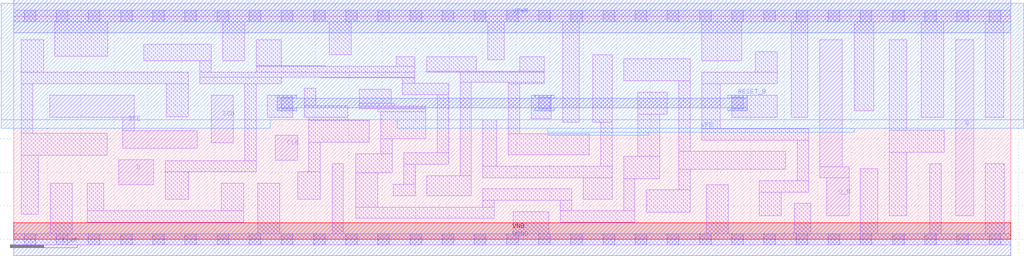
<source format=lef>
# Copyright 2020 The SkyWater PDK Authors
#
# Licensed under the Apache License, Version 2.0 (the "License");
# you may not use this file except in compliance with the License.
# You may obtain a copy of the License at
#
#     https://www.apache.org/licenses/LICENSE-2.0
#
# Unless required by applicable law or agreed to in writing, software
# distributed under the License is distributed on an "AS IS" BASIS,
# WITHOUT WARRANTIES OR CONDITIONS OF ANY KIND, either express or implied.
# See the License for the specific language governing permissions and
# limitations under the License.
#
# SPDX-License-Identifier: Apache-2.0

VERSION 5.7 ;
  NOWIREEXTENSIONATPIN ON ;
  DIVIDERCHAR "/" ;
  BUSBITCHARS "[]" ;
MACRO sky130_fd_sc_ls__sdfrbp_2
  CLASS CORE ;
  FOREIGN sky130_fd_sc_ls__sdfrbp_2 ;
  ORIGIN  0.000000  0.000000 ;
  SIZE  14.88000 BY  3.330000 ;
  SYMMETRY X Y R90 ;
  SITE unit ;
  PIN D
    ANTENNAGATEAREA  0.159000 ;
    DIRECTION INPUT ;
    USE SIGNAL ;
    PORT
      LAYER li1 ;
        RECT 1.565000 0.810000 2.090000 1.190000 ;
    END
  END D
  PIN Q
    ANTENNADIFFAREA  0.543200 ;
    DIRECTION OUTPUT ;
    USE SIGNAL ;
    PORT
      LAYER li1 ;
        RECT 14.055000 0.350000 14.325000 2.980000 ;
    END
  END Q
  PIN Q_N
    ANTENNADIFFAREA  0.543200 ;
    DIRECTION OUTPUT ;
    USE SIGNAL ;
    PORT
      LAYER li1 ;
        RECT 12.030000 0.915000 12.465000 1.085000 ;
        RECT 12.030000 1.085000 12.360000 2.980000 ;
        RECT 12.135000 0.350000 12.465000 0.915000 ;
    END
  END Q_N
  PIN RESET_B
    ANTENNAGATEAREA  0.411000 ;
    DIRECTION INPUT ;
    USE SIGNAL ;
    PORT
      LAYER met1 ;
        RECT  3.935000 1.920000  4.225000 1.965000 ;
        RECT  3.935000 1.965000 10.945000 2.105000 ;
        RECT  3.935000 2.105000  4.225000 2.150000 ;
        RECT  7.775000 1.920000  8.065000 1.965000 ;
        RECT  7.775000 2.105000  8.065000 2.150000 ;
        RECT 10.655000 1.920000 10.945000 1.965000 ;
        RECT 10.655000 2.105000 10.945000 2.150000 ;
    END
  END RESET_B
  PIN SCD
    ANTENNAGATEAREA  0.159000 ;
    DIRECTION INPUT ;
    USE SIGNAL ;
    PORT
      LAYER li1 ;
        RECT 2.945000 1.440000 3.275000 2.150000 ;
    END
  END SCD
  PIN SCE
    ANTENNAGATEAREA  0.318000 ;
    DIRECTION INPUT ;
    USE SIGNAL ;
    PORT
      LAYER li1 ;
        RECT 0.540000 1.820000 1.795000 2.150000 ;
        RECT 1.625000 1.360000 2.735000 1.620000 ;
        RECT 1.625000 1.620000 1.795000 1.820000 ;
    END
  END SCE
  PIN CLK
    ANTENNAGATEAREA  0.261000 ;
    DIRECTION INPUT ;
    USE CLOCK ;
    PORT
      LAYER li1 ;
        RECT 3.905000 1.180000 4.235000 1.550000 ;
    END
  END CLK
  PIN VGND
    DIRECTION INOUT ;
    SHAPE ABUTMENT ;
    USE GROUND ;
    PORT
      LAYER met1 ;
        RECT 0.000000 -0.245000 14.880000 0.245000 ;
    END
  END VGND
  PIN VNB
    DIRECTION INOUT ;
    USE GROUND ;
    PORT
      LAYER pwell ;
        RECT 0.000000 0.000000 14.880000 0.245000 ;
    END
  END VNB
  PIN VPB
    DIRECTION INOUT ;
    USE POWER ;
    PORT
      LAYER nwell ;
        RECT -0.190000 1.660000  3.830000 1.780000 ;
        RECT -0.190000 1.780000 15.070000 3.520000 ;
        RECT  5.725000 1.660000 15.070000 1.780000 ;
        RECT  7.970000 1.555000  9.470000 1.595000 ;
        RECT  7.970000 1.595000 12.540000 1.660000 ;
    END
  END VPB
  PIN VPWR
    DIRECTION INOUT ;
    SHAPE ABUTMENT ;
    USE POWER ;
    PORT
      LAYER met1 ;
        RECT 0.000000 3.085000 14.880000 3.575000 ;
    END
  END VPWR
  OBS
    LAYER li1 ;
      RECT  0.000000 -0.085000 14.880000 0.085000 ;
      RECT  0.000000  3.245000 14.880000 3.415000 ;
      RECT  0.115000  0.375000  0.365000 1.250000 ;
      RECT  0.115000  1.250000  1.395000 1.580000 ;
      RECT  0.115000  1.580000  0.285000 2.320000 ;
      RECT  0.115000  2.320000  2.605000 2.490000 ;
      RECT  0.115000  2.490000  0.445000 2.980000 ;
      RECT  0.545000  0.085000  0.875000 0.835000 ;
      RECT  0.615000  2.730000  1.400000 3.245000 ;
      RECT  1.095000  0.255000  3.430000 0.425000 ;
      RECT  1.095000  0.425000  1.345000 0.835000 ;
      RECT  1.940000  2.660000  2.945000 2.910000 ;
      RECT  2.260000  0.595000  2.610000 1.005000 ;
      RECT  2.260000  1.005000  3.615000 1.175000 ;
      RECT  2.275000  1.830000  2.605000 2.320000 ;
      RECT  2.775000  2.320000  3.995000 2.420000 ;
      RECT  2.775000  2.420000  5.985000 2.490000 ;
      RECT  2.775000  2.490000  2.945000 2.660000 ;
      RECT  3.100000  0.425000  3.430000 0.835000 ;
      RECT  3.115000  2.660000  3.445000 3.245000 ;
      RECT  3.445000  1.175000  3.615000 2.320000 ;
      RECT  3.615000  2.490000  5.985000 2.580000 ;
      RECT  3.615000  2.580000  4.645000 2.590000 ;
      RECT  3.615000  2.590000  3.995000 2.980000 ;
      RECT  3.640000  0.085000  3.970000 0.835000 ;
      RECT  3.785000  1.820000  4.165000 2.150000 ;
      RECT  4.240000  0.595000  4.575000 1.010000 ;
      RECT  4.335000  1.820000  4.985000 1.990000 ;
      RECT  4.335000  1.990000  4.505000 2.250000 ;
      RECT  4.405000  1.010000  4.575000 1.445000 ;
      RECT  4.405000  1.445000  5.305000 1.775000 ;
      RECT  4.405000  1.775000  4.985000 1.820000 ;
      RECT  4.570000  2.410000  5.985000 2.420000 ;
      RECT  4.705000  2.750000  5.035000 3.245000 ;
      RECT  4.750000  0.085000  4.920000 1.130000 ;
      RECT  5.100000  0.310000  7.170000 0.480000 ;
      RECT  5.100000  0.480000  5.430000 0.990000 ;
      RECT  5.100000  0.990000  5.645000 1.275000 ;
      RECT  5.155000  1.945000  6.150000 1.985000 ;
      RECT  5.155000  1.985000  5.675000 2.030000 ;
      RECT  5.155000  2.030000  5.630000 2.240000 ;
      RECT  5.430000  1.900000  6.150000 1.945000 ;
      RECT  5.475000  1.275000  5.645000 1.500000 ;
      RECT  5.475000  1.500000  6.150000 1.900000 ;
      RECT  5.660000  0.650000  5.990000 0.820000 ;
      RECT  5.710000  2.580000  5.985000 2.725000 ;
      RECT  5.800000  2.155000  6.490000 2.325000 ;
      RECT  5.800000  2.325000  5.985000 2.410000 ;
      RECT  5.820000  0.820000  5.990000 1.120000 ;
      RECT  5.820000  1.120000  6.490000 1.290000 ;
      RECT  6.160000  0.650000  6.830000 0.950000 ;
      RECT  6.160000  2.495000  7.915000 2.510000 ;
      RECT  6.160000  2.510000  6.900000 2.725000 ;
      RECT  6.320000  1.290000  6.490000 2.155000 ;
      RECT  6.660000  0.950000  6.830000 2.340000 ;
      RECT  6.660000  2.340000  7.915000 2.495000 ;
      RECT  7.000000  0.480000  7.170000 0.580000 ;
      RECT  7.000000  0.580000  8.325000 0.750000 ;
      RECT  7.000000  0.920000  8.930000 1.090000 ;
      RECT  7.000000  1.090000  7.210000 1.780000 ;
      RECT  7.070000  2.680000  7.320000 3.245000 ;
      RECT  7.380000  1.260000  8.590000 1.575000 ;
      RECT  7.380000  1.575000  7.550000 2.320000 ;
      RECT  7.380000  2.320000  7.915000 2.340000 ;
      RECT  7.450000  0.085000  7.985000 0.410000 ;
      RECT  7.550000  2.510000  7.915000 2.725000 ;
      RECT  7.720000  1.795000  8.020000 2.150000 ;
      RECT  8.155000  0.255000  9.270000 0.425000 ;
      RECT  8.155000  0.425000  8.325000 0.580000 ;
      RECT  8.190000  1.745000  8.440000 3.245000 ;
      RECT  8.495000  0.595000  8.930000 0.920000 ;
      RECT  8.640000  1.745000  8.930000 2.755000 ;
      RECT  8.760000  1.090000  8.930000 1.745000 ;
      RECT  9.100000  0.425000  9.270000 0.905000 ;
      RECT  9.100000  0.905000  9.640000 1.235000 ;
      RECT  9.100000  2.365000 10.095000 2.695000 ;
      RECT  9.310000  1.235000  9.640000 1.865000 ;
      RECT  9.310000  1.865000  9.755000 2.195000 ;
      RECT  9.440000  0.405000 10.095000 0.735000 ;
      RECT  9.925000  0.735000 10.095000 1.045000 ;
      RECT  9.925000  1.045000 11.520000 1.310000 ;
      RECT  9.925000  1.310000 10.095000 2.365000 ;
      RECT 10.265000  1.480000 11.860000 1.650000 ;
      RECT 10.265000  1.650000 10.545000 2.320000 ;
      RECT 10.265000  2.320000 11.395000 2.490000 ;
      RECT 10.265000  2.660000 10.860000 3.245000 ;
      RECT 10.335000  0.085000 10.665000 0.810000 ;
      RECT 10.715000  1.820000 11.395000 2.150000 ;
      RECT 11.065000  2.490000 11.395000 2.795000 ;
      RECT 11.125000  0.350000 11.455000 0.705000 ;
      RECT 11.125000  0.705000 11.860000 0.875000 ;
      RECT 11.600000  1.820000 11.850000 3.245000 ;
      RECT 11.645000  0.085000 11.895000 0.535000 ;
      RECT 11.690000  0.875000 11.860000 1.480000 ;
      RECT 12.540000  1.920000 12.830000 3.245000 ;
      RECT 12.635000  0.085000 12.895000 1.050000 ;
      RECT 13.065000  0.350000 13.325000 1.300000 ;
      RECT 13.065000  1.300000 13.885000 1.630000 ;
      RECT 13.065000  1.630000 13.325000 2.980000 ;
      RECT 13.545000  1.820000 13.875000 3.245000 ;
      RECT 13.670000  0.085000 13.840000 1.130000 ;
      RECT 14.495000  0.085000 14.780000 1.130000 ;
      RECT 14.495000  1.820000 14.775000 3.245000 ;
    LAYER mcon ;
      RECT  0.155000 -0.085000  0.325000 0.085000 ;
      RECT  0.155000  3.245000  0.325000 3.415000 ;
      RECT  0.635000 -0.085000  0.805000 0.085000 ;
      RECT  0.635000  3.245000  0.805000 3.415000 ;
      RECT  1.115000 -0.085000  1.285000 0.085000 ;
      RECT  1.115000  3.245000  1.285000 3.415000 ;
      RECT  1.595000 -0.085000  1.765000 0.085000 ;
      RECT  1.595000  3.245000  1.765000 3.415000 ;
      RECT  2.075000 -0.085000  2.245000 0.085000 ;
      RECT  2.075000  3.245000  2.245000 3.415000 ;
      RECT  2.555000 -0.085000  2.725000 0.085000 ;
      RECT  2.555000  3.245000  2.725000 3.415000 ;
      RECT  3.035000 -0.085000  3.205000 0.085000 ;
      RECT  3.035000  3.245000  3.205000 3.415000 ;
      RECT  3.515000 -0.085000  3.685000 0.085000 ;
      RECT  3.515000  3.245000  3.685000 3.415000 ;
      RECT  3.995000 -0.085000  4.165000 0.085000 ;
      RECT  3.995000  1.950000  4.165000 2.120000 ;
      RECT  3.995000  3.245000  4.165000 3.415000 ;
      RECT  4.475000 -0.085000  4.645000 0.085000 ;
      RECT  4.475000  3.245000  4.645000 3.415000 ;
      RECT  4.955000 -0.085000  5.125000 0.085000 ;
      RECT  4.955000  3.245000  5.125000 3.415000 ;
      RECT  5.435000 -0.085000  5.605000 0.085000 ;
      RECT  5.435000  3.245000  5.605000 3.415000 ;
      RECT  5.915000 -0.085000  6.085000 0.085000 ;
      RECT  5.915000  3.245000  6.085000 3.415000 ;
      RECT  6.395000 -0.085000  6.565000 0.085000 ;
      RECT  6.395000  3.245000  6.565000 3.415000 ;
      RECT  6.875000 -0.085000  7.045000 0.085000 ;
      RECT  6.875000  3.245000  7.045000 3.415000 ;
      RECT  7.355000 -0.085000  7.525000 0.085000 ;
      RECT  7.355000  3.245000  7.525000 3.415000 ;
      RECT  7.835000 -0.085000  8.005000 0.085000 ;
      RECT  7.835000  1.950000  8.005000 2.120000 ;
      RECT  7.835000  3.245000  8.005000 3.415000 ;
      RECT  8.315000 -0.085000  8.485000 0.085000 ;
      RECT  8.315000  3.245000  8.485000 3.415000 ;
      RECT  8.795000 -0.085000  8.965000 0.085000 ;
      RECT  8.795000  3.245000  8.965000 3.415000 ;
      RECT  9.275000 -0.085000  9.445000 0.085000 ;
      RECT  9.275000  3.245000  9.445000 3.415000 ;
      RECT  9.755000 -0.085000  9.925000 0.085000 ;
      RECT  9.755000  3.245000  9.925000 3.415000 ;
      RECT 10.235000 -0.085000 10.405000 0.085000 ;
      RECT 10.235000  3.245000 10.405000 3.415000 ;
      RECT 10.715000 -0.085000 10.885000 0.085000 ;
      RECT 10.715000  1.950000 10.885000 2.120000 ;
      RECT 10.715000  3.245000 10.885000 3.415000 ;
      RECT 11.195000 -0.085000 11.365000 0.085000 ;
      RECT 11.195000  3.245000 11.365000 3.415000 ;
      RECT 11.675000 -0.085000 11.845000 0.085000 ;
      RECT 11.675000  3.245000 11.845000 3.415000 ;
      RECT 12.155000 -0.085000 12.325000 0.085000 ;
      RECT 12.155000  3.245000 12.325000 3.415000 ;
      RECT 12.635000 -0.085000 12.805000 0.085000 ;
      RECT 12.635000  3.245000 12.805000 3.415000 ;
      RECT 13.115000 -0.085000 13.285000 0.085000 ;
      RECT 13.115000  3.245000 13.285000 3.415000 ;
      RECT 13.595000 -0.085000 13.765000 0.085000 ;
      RECT 13.595000  3.245000 13.765000 3.415000 ;
      RECT 14.075000 -0.085000 14.245000 0.085000 ;
      RECT 14.075000  3.245000 14.245000 3.415000 ;
      RECT 14.555000 -0.085000 14.725000 0.085000 ;
      RECT 14.555000  3.245000 14.725000 3.415000 ;
  END
END sky130_fd_sc_ls__sdfrbp_2
END LIBRARY

</source>
